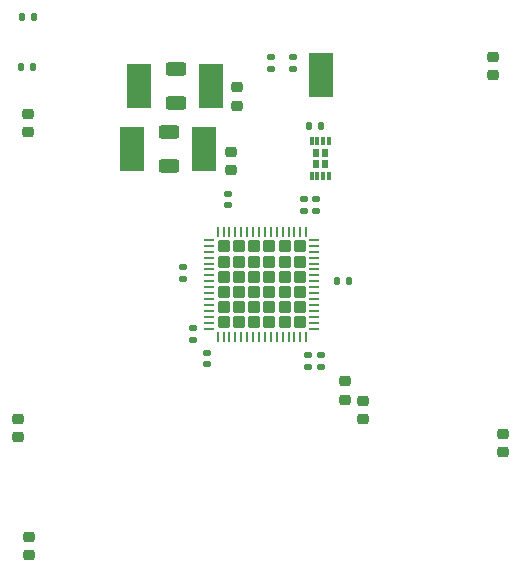
<source format=gbr>
%TF.GenerationSoftware,KiCad,Pcbnew,8.0.8-8.0.8-0~ubuntu22.04.1*%
%TF.CreationDate,2025-02-25T18:12:58-05:00*%
%TF.ProjectId,breakout-qfn,62726561-6b6f-4757-942d-71666e2e6b69,2.0*%
%TF.SameCoordinates,PX2b64660PY42c1d80*%
%TF.FileFunction,Paste,Top*%
%TF.FilePolarity,Positive*%
%FSLAX46Y46*%
G04 Gerber Fmt 4.6, Leading zero omitted, Abs format (unit mm)*
G04 Created by KiCad (PCBNEW 8.0.8-8.0.8-0~ubuntu22.04.1) date 2025-02-25 18:12:58*
%MOMM*%
%LPD*%
G01*
G04 APERTURE LIST*
G04 Aperture macros list*
%AMRoundRect*
0 Rectangle with rounded corners*
0 $1 Rounding radius*
0 $2 $3 $4 $5 $6 $7 $8 $9 X,Y pos of 4 corners*
0 Add a 4 corners polygon primitive as box body*
4,1,4,$2,$3,$4,$5,$6,$7,$8,$9,$2,$3,0*
0 Add four circle primitives for the rounded corners*
1,1,$1+$1,$2,$3*
1,1,$1+$1,$4,$5*
1,1,$1+$1,$6,$7*
1,1,$1+$1,$8,$9*
0 Add four rect primitives between the rounded corners*
20,1,$1+$1,$2,$3,$4,$5,0*
20,1,$1+$1,$4,$5,$6,$7,0*
20,1,$1+$1,$6,$7,$8,$9,0*
20,1,$1+$1,$8,$9,$2,$3,0*%
G04 Aperture macros list end*
%ADD10RoundRect,0.140000X0.170000X-0.140000X0.170000X0.140000X-0.170000X0.140000X-0.170000X-0.140000X0*%
%ADD11RoundRect,0.140000X0.140000X0.170000X-0.140000X0.170000X-0.140000X-0.170000X0.140000X-0.170000X0*%
%ADD12R,2.000000X3.800000*%
%ADD13RoundRect,0.225000X-0.250000X0.225000X-0.250000X-0.225000X0.250000X-0.225000X0.250000X0.225000X0*%
%ADD14RoundRect,0.140000X-0.170000X0.140000X-0.170000X-0.140000X0.170000X-0.140000X0.170000X0.140000X0*%
%ADD15RoundRect,0.135000X0.135000X0.185000X-0.135000X0.185000X-0.135000X-0.185000X0.135000X-0.185000X0*%
%ADD16RoundRect,0.250000X0.265000X0.265000X-0.265000X0.265000X-0.265000X-0.265000X0.265000X-0.265000X0*%
%ADD17RoundRect,0.062500X0.362500X0.062500X-0.362500X0.062500X-0.362500X-0.062500X0.362500X-0.062500X0*%
%ADD18RoundRect,0.062500X0.062500X0.362500X-0.062500X0.362500X-0.062500X-0.362500X0.062500X-0.362500X0*%
%ADD19R,0.580000X0.710000*%
%ADD20R,0.300000X0.750000*%
%ADD21RoundRect,0.250000X-0.625000X0.312500X-0.625000X-0.312500X0.625000X-0.312500X0.625000X0.312500X0*%
%ADD22RoundRect,0.225000X0.250000X-0.225000X0.250000X0.225000X-0.250000X0.225000X-0.250000X-0.225000X0*%
%ADD23RoundRect,0.250000X0.625000X-0.312500X0.625000X0.312500X-0.625000X0.312500X-0.625000X-0.312500X0*%
%ADD24RoundRect,0.135000X-0.185000X0.135000X-0.185000X-0.135000X0.185000X-0.135000X0.185000X0.135000X0*%
G04 APERTURE END LIST*
D10*
%TO.C,C5*%
X74300000Y-49180000D03*
X74300000Y-48220000D03*
%TD*%
%TO.C,C4*%
X65750000Y-48980000D03*
X65750000Y-48020000D03*
%TD*%
%TO.C,C8*%
X75400000Y-49180000D03*
X75400000Y-48220000D03*
%TD*%
%TO.C,C6*%
X74000000Y-35980000D03*
X74000000Y-35020000D03*
%TD*%
%TO.C,C10*%
X67500000Y-35480000D03*
X67500000Y-34520000D03*
%TD*%
D11*
%TO.C,C13*%
X77730000Y-41900000D03*
X76770000Y-41900000D03*
%TD*%
D12*
%TO.C,TP3*%
X60000000Y-25400000D03*
%TD*%
%TO.C,TP2*%
X65500000Y-30750000D03*
%TD*%
D13*
%TO.C,C19*%
X77400000Y-50425000D03*
X77400000Y-51975000D03*
%TD*%
D14*
%TO.C,C7*%
X75000000Y-35020000D03*
X75000000Y-35980000D03*
%TD*%
D15*
%TO.C,R1*%
X51010000Y-23800000D03*
X49990000Y-23800000D03*
%TD*%
D13*
%TO.C,C14*%
X50700000Y-63575000D03*
X50700000Y-65125000D03*
%TD*%
%TO.C,C2*%
X67750000Y-30975000D03*
X67750000Y-32525000D03*
%TD*%
D16*
%TO.C,U1*%
X73600000Y-45400000D03*
X73600000Y-44120000D03*
X73600000Y-42840000D03*
X73600000Y-41560000D03*
X73600000Y-40280000D03*
X73600000Y-39000000D03*
X72320000Y-45400000D03*
X72320000Y-44120000D03*
X72320000Y-42840000D03*
X72320000Y-41560000D03*
X72320000Y-40280000D03*
X72320000Y-39000000D03*
X71040000Y-45400000D03*
X71040000Y-44120000D03*
X71040000Y-42840000D03*
X71040000Y-41560000D03*
X71040000Y-40280000D03*
X71040000Y-39000000D03*
X69760000Y-45400000D03*
X69760000Y-44120000D03*
X69760000Y-42840000D03*
X69760000Y-41560000D03*
X69760000Y-40280000D03*
X69760000Y-39000000D03*
X68480000Y-45400000D03*
X68480000Y-44120000D03*
X68480000Y-42840000D03*
X68480000Y-41560000D03*
X68480000Y-40280000D03*
X68480000Y-39000000D03*
X67200000Y-45400000D03*
X67200000Y-44120000D03*
X67200000Y-42840000D03*
X67200000Y-41560000D03*
X67200000Y-40280000D03*
X67200000Y-39000000D03*
D17*
X74850000Y-45950000D03*
X74850000Y-45450000D03*
X74850000Y-44950000D03*
X74850000Y-44450000D03*
X74850000Y-43950000D03*
X74850000Y-43450000D03*
X74850000Y-42950000D03*
X74850000Y-42450000D03*
X74850000Y-41950000D03*
X74850000Y-41450000D03*
X74850000Y-40950000D03*
X74850000Y-40450000D03*
X74850000Y-39950000D03*
X74850000Y-39450000D03*
X74850000Y-38950000D03*
X74850000Y-38450000D03*
D18*
X74150000Y-37750000D03*
X73650000Y-37750000D03*
X73150000Y-37750000D03*
X72650000Y-37750000D03*
X72150000Y-37750000D03*
X71650000Y-37750000D03*
X71150000Y-37750000D03*
X70650000Y-37750000D03*
X70150000Y-37750000D03*
X69650000Y-37750000D03*
X69150000Y-37750000D03*
X68650000Y-37750000D03*
X68150000Y-37750000D03*
X67650000Y-37750000D03*
X67150000Y-37750000D03*
X66650000Y-37750000D03*
D17*
X65950000Y-38450000D03*
X65950000Y-38950000D03*
X65950000Y-39450000D03*
X65950000Y-39950000D03*
X65950000Y-40450000D03*
X65950000Y-40950000D03*
X65950000Y-41450000D03*
X65950000Y-41950000D03*
X65950000Y-42450000D03*
X65950000Y-42950000D03*
X65950000Y-43450000D03*
X65950000Y-43950000D03*
X65950000Y-44450000D03*
X65950000Y-44950000D03*
X65950000Y-45450000D03*
X65950000Y-45950000D03*
D18*
X66650000Y-46650000D03*
X67150000Y-46650000D03*
X67650000Y-46650000D03*
X68150000Y-46650000D03*
X68650000Y-46650000D03*
X69150000Y-46650000D03*
X69650000Y-46650000D03*
X70150000Y-46650000D03*
X70650000Y-46650000D03*
X71150000Y-46650000D03*
X71650000Y-46650000D03*
X72150000Y-46650000D03*
X72650000Y-46650000D03*
X73150000Y-46650000D03*
X73650000Y-46650000D03*
X74150000Y-46650000D03*
%TD*%
D19*
%TO.C,U2*%
X74987500Y-31987500D03*
X75712500Y-31987500D03*
X74987500Y-31112500D03*
X75712500Y-31112500D03*
D20*
X74600000Y-33000000D03*
X75100000Y-33000000D03*
X75600000Y-33000000D03*
X76100000Y-33000000D03*
X76100000Y-30100000D03*
X75600000Y-30100000D03*
X75100000Y-30100000D03*
X74600000Y-30100000D03*
%TD*%
D21*
%TO.C,R3*%
X63100000Y-23937500D03*
X63100000Y-26862500D03*
%TD*%
D10*
%TO.C,C11*%
X63700000Y-41730000D03*
X63700000Y-40770000D03*
%TD*%
D22*
%TO.C,C17*%
X49750000Y-55175000D03*
X49750000Y-53625000D03*
%TD*%
D14*
%TO.C,C12*%
X64600000Y-45920000D03*
X64600000Y-46880000D03*
%TD*%
D13*
%TO.C,C3*%
X68300000Y-25525000D03*
X68300000Y-27075000D03*
%TD*%
D22*
%TO.C,C16*%
X90850000Y-56425000D03*
X90850000Y-54875000D03*
%TD*%
D12*
%TO.C,TP4*%
X59400000Y-30750000D03*
%TD*%
D23*
%TO.C,R4*%
X62500000Y-32212500D03*
X62500000Y-29287500D03*
%TD*%
D13*
%TO.C,C1*%
X90000000Y-22975000D03*
X90000000Y-24525000D03*
%TD*%
D15*
%TO.C,R2*%
X51110000Y-19600000D03*
X50090000Y-19600000D03*
%TD*%
D24*
%TO.C,R7*%
X73000000Y-22990000D03*
X73000000Y-24010000D03*
%TD*%
%TO.C,R6*%
X71150000Y-22980000D03*
X71150000Y-24000000D03*
%TD*%
D12*
%TO.C,TP9*%
X75400000Y-24500000D03*
%TD*%
D22*
%TO.C,C15*%
X50600000Y-29350000D03*
X50600000Y-27800000D03*
%TD*%
D11*
%TO.C,C9*%
X75380000Y-28800000D03*
X74420000Y-28800000D03*
%TD*%
D12*
%TO.C,TP1*%
X66100000Y-25400000D03*
%TD*%
D22*
%TO.C,C18*%
X78950000Y-53625000D03*
X78950000Y-52075000D03*
%TD*%
M02*

</source>
